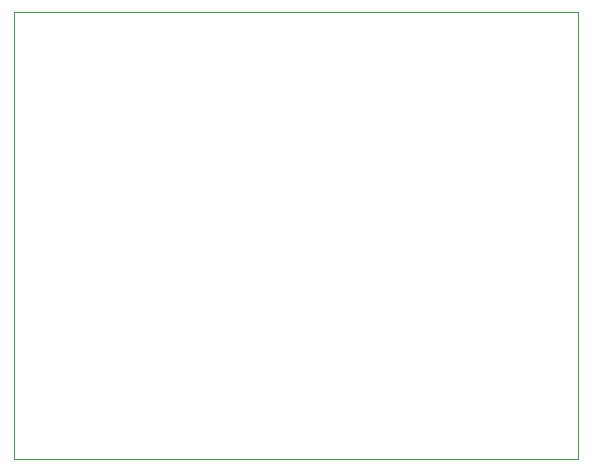
<source format=gbr>
%TF.GenerationSoftware,KiCad,Pcbnew,(5.1.6)-1*%
%TF.CreationDate,2020-12-09T22:38:19+13:00*%
%TF.ProjectId,z-top-pcb,7a2d746f-702d-4706-9362-2e6b69636164,rev?*%
%TF.SameCoordinates,PX5734380PY6d01460*%
%TF.FileFunction,Profile,NP*%
%FSLAX46Y46*%
G04 Gerber Fmt 4.6, Leading zero omitted, Abs format (unit mm)*
G04 Created by KiCad (PCBNEW (5.1.6)-1) date 2020-12-09 22:38:19*
%MOMM*%
%LPD*%
G01*
G04 APERTURE LIST*
%TA.AperFunction,Profile*%
%ADD10C,0.050000*%
%TD*%
G04 APERTURE END LIST*
D10*
X47752000Y0D02*
X0Y0D01*
X47752000Y37846000D02*
X47752000Y0D01*
X0Y37846000D02*
X47752000Y37846000D01*
X0Y0D02*
X0Y37846000D01*
M02*

</source>
